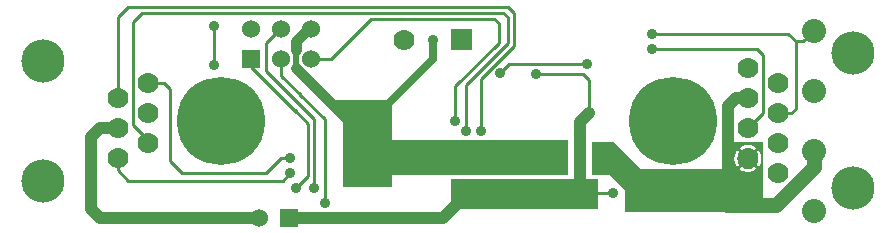
<source format=gbr>
G04 start of page 3 for group 1 idx 1 *
G04 Title: (unknown), solder *
G04 Creator: pcb 20110918 *
G04 CreationDate: Sat 02 Feb 2013 06:53:47 PM GMT UTC *
G04 For: petersen *
G04 Format: Gerber/RS-274X *
G04 PCB-Dimensions: 293000 81000 *
G04 PCB-Coordinate-Origin: lower left *
%MOIN*%
%FSLAX25Y25*%
%LNBOTTOM*%
%ADD52C,0.0380*%
%ADD51C,0.0300*%
%ADD50C,0.1280*%
%ADD49C,0.0480*%
%ADD48C,0.1285*%
%ADD47C,0.0360*%
%ADD46C,0.0600*%
%ADD45C,0.0700*%
%ADD44C,0.1440*%
%ADD43C,0.0800*%
%ADD42C,0.2937*%
%ADD41C,0.0500*%
%ADD40C,0.0400*%
%ADD39C,0.0200*%
%ADD38C,0.0350*%
%ADD37C,0.0250*%
%ADD36C,0.0100*%
%ADD35C,0.0001*%
G54D35*G36*
X205000Y30500D02*X212000Y23500D01*
X205000D01*
Y30500D01*
G37*
G36*
X194500Y33500D02*X202000D01*
Y22500D01*
X194500D01*
Y33500D01*
G37*
G36*
Y22500D02*Y33500D01*
X202000D01*
X207000Y28500D01*
Y16000D01*
X200500Y22500D01*
X194500D01*
G37*
G36*
X205500Y24500D02*X243962D01*
X243973Y24436D01*
X243999Y24361D01*
X244035Y24292D01*
X244083Y24229D01*
X244139Y24174D01*
X244204Y24130D01*
X244556Y23936D01*
X244926Y23779D01*
X245309Y23656D01*
X245700Y23567D01*
X246099Y23513D01*
X246500Y23496D01*
X246901Y23513D01*
X247300Y23567D01*
X247691Y23656D01*
X248074Y23779D01*
X248444Y23936D01*
X248500Y23967D01*
Y10000D01*
X205500D01*
Y24500D01*
G37*
G36*
X186500Y34000D02*Y22500D01*
X118000D01*
Y34000D01*
X186500D01*
G37*
G36*
X111500Y47500D02*X128000D01*
Y18500D01*
X111500D01*
Y47500D01*
G37*
G36*
X147654Y11000D02*Y21000D01*
X196654D01*
Y11000D01*
X147654D01*
G37*
G36*
X250220Y33500D02*X251500D01*
Y22500D01*
X250220D01*
Y25544D01*
X250271Y25583D01*
X250326Y25639D01*
X250370Y25704D01*
X250564Y26056D01*
X250721Y26426D01*
X250844Y26809D01*
X250933Y27200D01*
X250987Y27599D01*
X251004Y28000D01*
X250987Y28401D01*
X250933Y28800D01*
X250844Y29191D01*
X250721Y29574D01*
X250564Y29944D01*
X250374Y30298D01*
X250329Y30363D01*
X250274Y30420D01*
X250220Y30460D01*
Y33500D01*
G37*
G36*
X246502Y33486D02*X246676Y33500D01*
X250220D01*
Y30460D01*
X250210Y30468D01*
X250140Y30504D01*
X250065Y30530D01*
X249987Y30544D01*
X249908Y30545D01*
X249829Y30533D01*
X249754Y30510D01*
X249683Y30475D01*
X249618Y30429D01*
X249561Y30374D01*
X249513Y30311D01*
X249476Y30241D01*
X249451Y30166D01*
X249437Y30088D01*
X249436Y30008D01*
X249448Y29930D01*
X249471Y29854D01*
X249507Y29784D01*
X249657Y29510D01*
X249779Y29223D01*
X249875Y28926D01*
X249944Y28621D01*
X249986Y28312D01*
X250000Y28000D01*
X249986Y27688D01*
X249944Y27379D01*
X249875Y27074D01*
X249779Y26777D01*
X249657Y26490D01*
X249510Y26214D01*
X249474Y26145D01*
X249451Y26069D01*
X249440Y25991D01*
X249441Y25913D01*
X249454Y25835D01*
X249480Y25761D01*
X249516Y25691D01*
X249564Y25628D01*
X249620Y25573D01*
X249684Y25528D01*
X249755Y25493D01*
X249830Y25470D01*
X249908Y25459D01*
X249987Y25460D01*
X250064Y25473D01*
X250139Y25499D01*
X250208Y25535D01*
X250220Y25544D01*
Y22500D01*
X246502D01*
Y23496D01*
X246901Y23513D01*
X247300Y23567D01*
X247691Y23656D01*
X248074Y23779D01*
X248444Y23936D01*
X248798Y24126D01*
X248863Y24171D01*
X248920Y24226D01*
X248968Y24290D01*
X249004Y24360D01*
X249030Y24435D01*
X249044Y24513D01*
X249045Y24592D01*
X249033Y24671D01*
X249010Y24746D01*
X248975Y24817D01*
X248929Y24882D01*
X248874Y24939D01*
X248811Y24987D01*
X248741Y25024D01*
X248666Y25049D01*
X248588Y25063D01*
X248508Y25064D01*
X248430Y25052D01*
X248354Y25029D01*
X248284Y24993D01*
X248010Y24843D01*
X247723Y24721D01*
X247426Y24625D01*
X247121Y24556D01*
X246812Y24514D01*
X246502Y24500D01*
Y31500D01*
X246812Y31486D01*
X247121Y31444D01*
X247426Y31375D01*
X247723Y31279D01*
X248010Y31157D01*
X248286Y31010D01*
X248355Y30974D01*
X248431Y30951D01*
X248509Y30940D01*
X248587Y30941D01*
X248665Y30954D01*
X248739Y30980D01*
X248809Y31016D01*
X248872Y31064D01*
X248927Y31120D01*
X248972Y31184D01*
X249007Y31255D01*
X249030Y31330D01*
X249041Y31408D01*
X249040Y31487D01*
X249027Y31564D01*
X249001Y31639D01*
X248965Y31708D01*
X248917Y31771D01*
X248861Y31826D01*
X248796Y31870D01*
X248444Y32064D01*
X248074Y32221D01*
X247691Y32344D01*
X247300Y32433D01*
X246901Y32487D01*
X246502Y32504D01*
Y33486D01*
G37*
G36*
X242780Y33500D02*X246324D01*
X246500Y33486D01*
X246502Y33486D01*
Y32504D01*
X246500Y32504D01*
X246099Y32487D01*
X245700Y32433D01*
X245309Y32344D01*
X244926Y32221D01*
X244556Y32064D01*
X244202Y31874D01*
X244137Y31829D01*
X244080Y31774D01*
X244032Y31710D01*
X243996Y31640D01*
X243970Y31565D01*
X243956Y31487D01*
X243955Y31408D01*
X243967Y31329D01*
X243990Y31254D01*
X244025Y31183D01*
X244071Y31118D01*
X244126Y31061D01*
X244189Y31013D01*
X244259Y30976D01*
X244334Y30951D01*
X244412Y30937D01*
X244492Y30936D01*
X244570Y30948D01*
X244646Y30971D01*
X244716Y31007D01*
X244990Y31157D01*
X245277Y31279D01*
X245574Y31375D01*
X245879Y31444D01*
X246188Y31486D01*
X246500Y31500D01*
X246502Y31500D01*
Y24500D01*
X246500Y24500D01*
X246188Y24514D01*
X245879Y24556D01*
X245574Y24625D01*
X245277Y24721D01*
X244990Y24843D01*
X244714Y24990D01*
X244645Y25026D01*
X244569Y25049D01*
X244491Y25060D01*
X244413Y25059D01*
X244335Y25046D01*
X244261Y25020D01*
X244191Y24984D01*
X244128Y24936D01*
X244073Y24880D01*
X244028Y24816D01*
X243993Y24745D01*
X243970Y24670D01*
X243959Y24592D01*
X243960Y24513D01*
X243973Y24436D01*
X243999Y24361D01*
X244035Y24292D01*
X244083Y24229D01*
X244139Y24174D01*
X244204Y24130D01*
X244556Y23936D01*
X244926Y23779D01*
X245309Y23656D01*
X245700Y23567D01*
X246099Y23513D01*
X246500Y23496D01*
X246502Y23496D01*
Y22500D01*
X242780D01*
Y25540D01*
X242790Y25532D01*
X242860Y25496D01*
X242935Y25470D01*
X243013Y25456D01*
X243092Y25455D01*
X243171Y25467D01*
X243246Y25490D01*
X243317Y25525D01*
X243382Y25571D01*
X243439Y25626D01*
X243487Y25689D01*
X243524Y25759D01*
X243549Y25834D01*
X243563Y25912D01*
X243564Y25992D01*
X243552Y26070D01*
X243529Y26146D01*
X243493Y26216D01*
X243343Y26490D01*
X243221Y26777D01*
X243125Y27074D01*
X243056Y27379D01*
X243014Y27688D01*
X243000Y28000D01*
X243014Y28312D01*
X243056Y28621D01*
X243125Y28926D01*
X243221Y29223D01*
X243343Y29510D01*
X243490Y29786D01*
X243526Y29855D01*
X243549Y29931D01*
X243560Y30009D01*
X243559Y30087D01*
X243546Y30165D01*
X243520Y30239D01*
X243484Y30309D01*
X243436Y30372D01*
X243380Y30427D01*
X243316Y30472D01*
X243245Y30507D01*
X243170Y30530D01*
X243092Y30541D01*
X243013Y30540D01*
X242936Y30527D01*
X242861Y30501D01*
X242792Y30465D01*
X242780Y30456D01*
Y33500D01*
G37*
G36*
X238000Y22500D02*Y33500D01*
X242780D01*
Y30456D01*
X242729Y30417D01*
X242674Y30361D01*
X242630Y30296D01*
X242436Y29944D01*
X242279Y29574D01*
X242156Y29191D01*
X242067Y28800D01*
X242013Y28401D01*
X241996Y28000D01*
X242013Y27599D01*
X242067Y27200D01*
X242156Y26809D01*
X242279Y26426D01*
X242436Y26056D01*
X242626Y25702D01*
X242671Y25637D01*
X242726Y25580D01*
X242780Y25540D01*
Y22500D01*
X238000D01*
G37*
G36*
X248563Y24000D02*X251500D01*
Y13000D01*
X247000D01*
Y23527D01*
X247300Y23567D01*
X247691Y23656D01*
X248074Y23779D01*
X248444Y23936D01*
X248563Y24000D01*
G37*
G36*
X113500Y47500D02*Y39500D01*
X105500Y47500D01*
X113500D01*
G37*
G54D36*X149000Y40500D02*Y51000D01*
Y52000D02*Y48500D01*
G54D37*X141500Y61000D02*X126000Y45500D01*
G54D36*X121000Y74500D02*X162000D01*
X163500Y73000D01*
Y66500D01*
X149000Y52000D01*
G54D37*X141500Y67500D02*Y61000D01*
G54D36*X72500Y78500D02*X40000D01*
X36500Y75000D01*
X41500Y73500D02*X44500Y76500D01*
X91000Y55500D02*Y61500D01*
X86000Y57000D02*Y66500D01*
X91000Y71500D01*
G54D38*X100000Y71000D02*X96000Y67000D01*
G54D39*Y64000D02*Y58000D01*
G54D38*Y67000D02*Y64000D01*
G54D36*X41500Y39000D02*Y73500D01*
X44500Y76500D02*X73500D01*
X36500Y75000D02*Y47500D01*
X54000Y51000D02*X52000Y53000D01*
X46000D01*
X68500Y72000D02*Y59000D01*
X105500Y41000D02*Y13000D01*
X102000Y18000D02*Y41000D01*
X92000Y51000D01*
X97000Y49500D02*X105500Y41000D01*
X95500Y44000D02*X100000Y39500D01*
Y22000D01*
X96000Y18000D01*
G54D40*X93500Y8000D02*X145000D01*
X152000Y15000D01*
G54D36*X166500Y78500D02*X64500D01*
X166500Y75000D02*X165000Y76500D01*
X66000D01*
G54D37*X101000Y71000D02*X100000D01*
G54D36*X107500Y61000D02*X121000Y74500D01*
G54D38*X96000Y58000D02*X113000Y41000D01*
G54D36*X100500Y61000D02*X107500D01*
X81000D02*Y58500D01*
X96000Y43500D01*
X97500Y49000D02*X91000Y55500D01*
X93500Y49500D02*X86000Y57000D01*
X36500Y28000D02*Y24000D01*
X46500Y33000D02*Y34000D01*
X41500Y39000D01*
X36500Y24000D02*X40000Y20500D01*
G54D40*X27500Y11000D02*Y35000D01*
X30500Y38000D01*
X36500D01*
G54D36*X91500Y20500D02*X94000Y23000D01*
Y23500D01*
Y28000D02*X91000D01*
X86000Y23000D01*
X40000Y20500D02*X91500D01*
X86000Y23000D02*X58000D01*
X54000Y27000D01*
G54D40*X84000Y8000D02*X30500D01*
X27500Y11000D01*
G54D36*X54000Y27000D02*Y51000D01*
G54D41*X268500Y25000D02*X256000Y12500D01*
X268500Y30500D02*Y25000D01*
X256000Y12500D02*X239500D01*
G54D40*X240000Y30500D02*Y45500D01*
G54D36*X251500Y52500D02*Y43000D01*
X246500Y38000D01*
X251500Y52000D02*Y62500D01*
G54D40*X242500Y48000D02*X246500D01*
X240000Y45500D02*X242500Y48000D01*
G54D36*X262500Y44500D02*X261000Y43000D01*
X256500D01*
X152500Y37000D02*Y50500D01*
X157500Y37000D02*Y54500D01*
X152500Y49000D02*Y52500D01*
X168500Y65500D02*Y76500D01*
X166500Y78500D01*
X152500Y52500D02*X166500Y66500D01*
Y75000D01*
X201500Y16500D02*X192000D01*
G54D40*X190500Y17000D02*Y40000D01*
X193500Y43000D01*
G54D36*Y54000D02*Y43000D01*
X193000Y59500D02*X167000D01*
X164000Y56500D01*
X176000Y56000D02*X191500D01*
X193500Y54000D01*
X157500Y54500D02*X168500Y65500D01*
X230500Y64500D02*X238000D01*
X232500D02*X213500D01*
Y69500D02*X260000D01*
X249500Y64500D02*X236000D01*
X251500Y62500D02*X249500Y64500D01*
X262500Y67000D02*Y44500D01*
X260000Y69500D02*X262500Y67000D01*
X265000D01*
X268500Y70500D01*
G54D42*X221500Y40500D03*
D03*
G54D43*X268500Y50500D03*
Y70500D03*
G54D44*X281500Y18000D03*
Y63000D03*
G54D43*X268500Y10500D03*
Y30500D03*
G54D35*G36*
X147606Y71000D02*Y64000D01*
X154606D01*
Y71000D01*
X147606D01*
G37*
G54D45*X131894Y67500D03*
X256500Y23000D03*
Y33000D03*
Y43000D03*
Y53000D03*
X246500Y28000D03*
Y38000D03*
Y48000D03*
Y58000D03*
G54D44*X11500Y60500D03*
G54D45*X46500Y53000D03*
X36500Y48000D03*
X46500Y43000D03*
X36500Y38000D03*
X46500Y33000D03*
X36500Y28000D03*
G54D44*X11500Y20500D03*
G54D42*X71000Y40500D03*
G54D35*G36*
X78000Y64000D02*Y58000D01*
X84000D01*
Y64000D01*
X78000D01*
G37*
G54D46*X91000Y61000D03*
X101000D03*
X81000Y71000D03*
X91000D03*
X101000D03*
G54D35*G36*
X90500Y11000D02*Y5000D01*
X96500D01*
Y11000D01*
X90500D01*
G37*
G54D46*X83500Y8000D03*
G54D47*X214500Y64500D03*
Y69500D03*
X190500Y40000D03*
X193500Y43000D03*
X193000Y59500D03*
X238000Y17500D03*
X164000Y56500D03*
X126000Y45500D03*
X149000Y40500D03*
X176000Y56000D03*
X68500Y59000D03*
Y72000D03*
X157000Y14000D03*
Y18500D03*
Y25000D03*
Y29500D03*
X152500Y37000D03*
X141500Y67500D03*
X157500Y37000D03*
X198000Y25500D03*
Y30500D03*
X182500Y25500D03*
Y30500D03*
X96000Y18000D03*
X201500Y16500D03*
X102000Y18000D03*
X105500Y13000D03*
X123500Y21500D03*
X94000Y23000D03*
Y28000D03*
G54D39*G54D48*G54D49*G54D50*G54D49*G54D39*G54D51*G54D50*G54D51*G54D50*G54D48*G54D52*M02*

</source>
